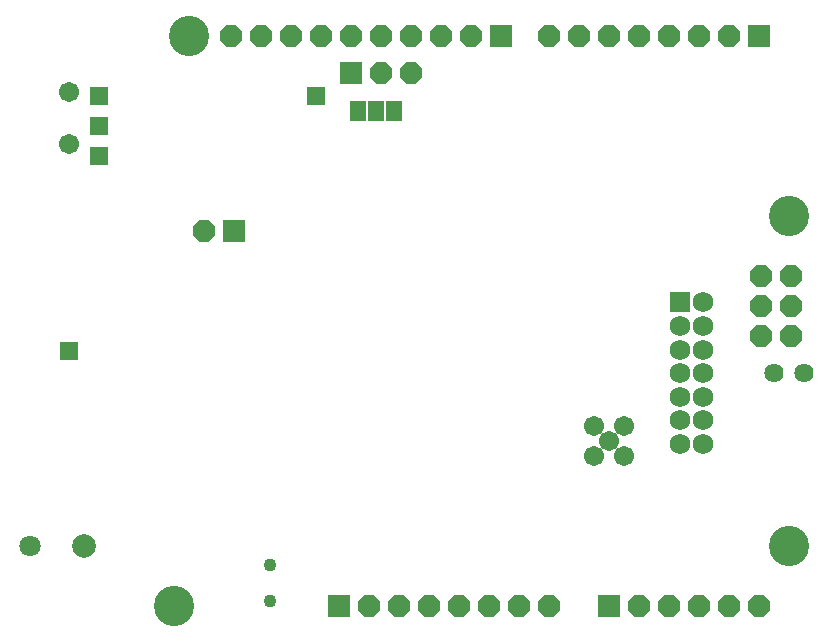
<source format=gbs>
G75*
G70*
%OFA0B0*%
%FSLAX24Y24*%
%IPPOS*%
%LPD*%
%AMOC8*
5,1,8,0,0,1.08239X$1,22.5*
%
%ADD10C,0.1340*%
%ADD11OC8,0.0720*%
%ADD12R,0.0720X0.0720*%
%ADD13R,0.0540X0.0710*%
%ADD14C,0.0674*%
%ADD15R,0.0592X0.0592*%
%ADD16C,0.0710*%
%ADD17C,0.0789*%
%ADD18R,0.0680X0.0680*%
%ADD19C,0.0680*%
%ADD20C,0.0434*%
%ADD21C,0.0640*%
D10*
X007250Y002336D03*
X027750Y004336D03*
X027750Y015336D03*
X007750Y021336D03*
D11*
X009150Y021336D03*
X010150Y021336D03*
X011150Y021336D03*
X012150Y021336D03*
X013150Y021336D03*
X014150Y021336D03*
X015150Y021336D03*
X016150Y021336D03*
X017150Y021336D03*
X015150Y020086D03*
X014150Y020086D03*
X019750Y021336D03*
X020750Y021336D03*
X021750Y021336D03*
X022750Y021336D03*
X023750Y021336D03*
X024750Y021336D03*
X025750Y021336D03*
X026805Y013316D03*
X027805Y013316D03*
X027805Y012316D03*
X026805Y012316D03*
X026805Y011316D03*
X027805Y011316D03*
X026750Y002336D03*
X025750Y002336D03*
X024750Y002336D03*
X023750Y002336D03*
X022750Y002336D03*
X019750Y002336D03*
X018750Y002336D03*
X017750Y002336D03*
X016750Y002336D03*
X015750Y002336D03*
X014750Y002336D03*
X013750Y002336D03*
X008250Y014836D03*
D12*
X009250Y014836D03*
X013150Y020086D03*
X018150Y021336D03*
X026750Y021336D03*
X021750Y002336D03*
X012750Y002336D03*
D13*
X013400Y018836D03*
X014000Y018836D03*
X014600Y018836D03*
D14*
X003750Y019452D03*
X003750Y017719D03*
X021250Y008336D03*
X021750Y007836D03*
X021250Y007336D03*
X022250Y007336D03*
X022250Y008336D03*
D15*
X012000Y019336D03*
X004750Y019336D03*
X004750Y018336D03*
X004750Y017336D03*
X003750Y010836D03*
D16*
X002469Y004336D03*
D17*
X004240Y004336D03*
D18*
X024106Y012448D03*
D19*
X024894Y012448D03*
X024894Y011660D03*
X024894Y010873D03*
X024106Y010873D03*
X024106Y011660D03*
X024106Y010086D03*
X024894Y010086D03*
X024894Y009298D03*
X024106Y009298D03*
X024106Y008511D03*
X024106Y007723D03*
X024894Y007723D03*
X024894Y008511D03*
D20*
X010450Y003676D03*
X010450Y002495D03*
D21*
X027250Y010086D03*
X028250Y010086D03*
M02*

</source>
